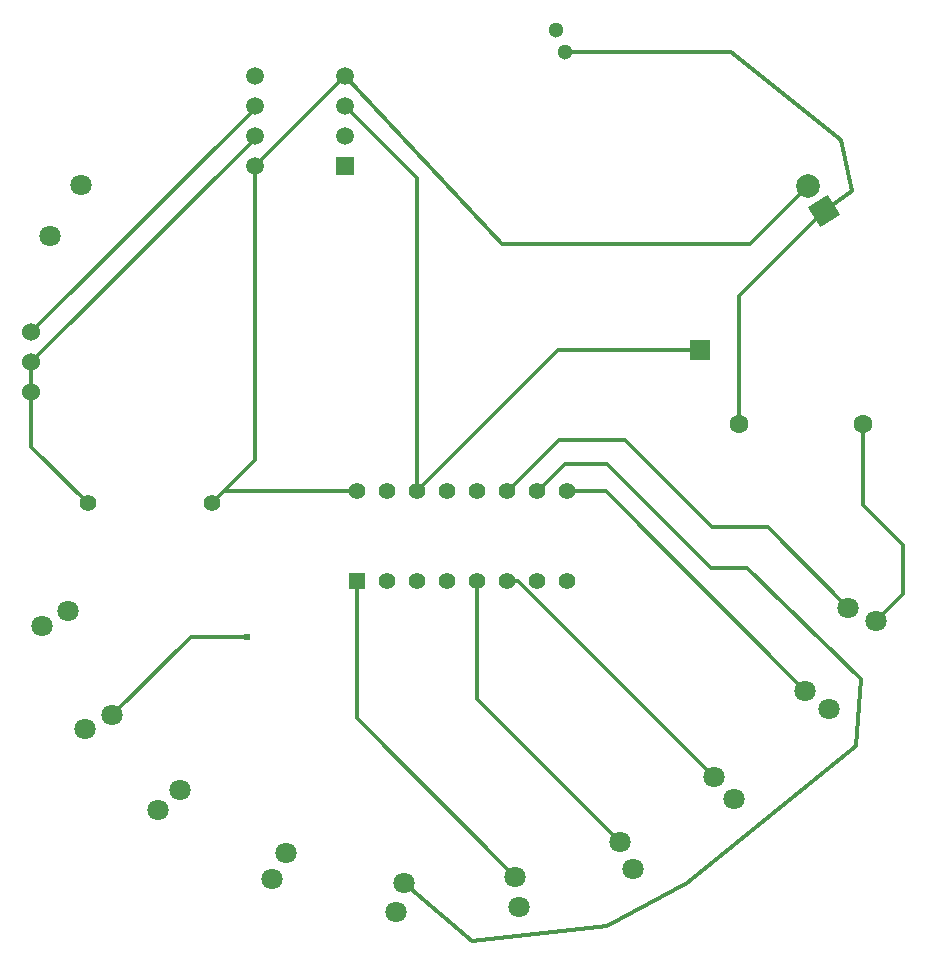
<source format=gtl>
G04 Layer: TopLayer*
G04 EasyEDA v6.5.51, 2025-10-31 17:05:29*
G04 2c13a8696d224139b0bc35c9be8cf329,69688592e0df400aafdf5843d4e091a6,10*
G04 Gerber Generator version 0.2*
G04 Scale: 100 percent, Rotated: No, Reflected: No *
G04 Dimensions in millimeters *
G04 leading zeros omitted , absolute positions ,4 integer and 5 decimal *
%FSLAX45Y45*%
%MOMM*%

%AMMACRO1*21,1,$1,$2,0,0,$3*%
%ADD10C,0.3000*%
%ADD11C,1.3000*%
%ADD12C,1.8000*%
%ADD13MACRO1,2X2X122.0002*%
%ADD14C,2.0000*%
%ADD15R,1.7000X1.7000*%
%ADD16R,0.0134X1.7000*%
%ADD17C,1.4000*%
%ADD18C,1.6000*%
%ADD19C,1.5240*%
%ADD20R,1.3970X1.3970*%
%ADD21C,1.3970*%
%ADD22R,1.5000X1.5000*%
%ADD23C,1.5000*%
%ADD24C,0.6200*%

%LPD*%
D10*
X965200Y5308600D02*
G01*
X2857500Y7200900D01*
X2857500Y7226300D01*
X965194Y5308600D02*
G01*
X965194Y5054600D01*
X965200Y5562600D02*
G01*
X2857500Y7454900D01*
X2857500Y7480300D01*
X4991100Y3454400D02*
G01*
X5086268Y3454400D01*
X6745986Y1794682D01*
X4737100Y3454400D02*
G01*
X4737100Y2458773D01*
X5951425Y1244447D01*
X2794000Y2984500D02*
G01*
X2316099Y2984500D01*
X1649856Y2318257D01*
X2857500Y6972300D02*
G01*
X3619500Y7734300D01*
X2493492Y4114800D02*
G01*
X2857500Y4478807D01*
X2857500Y6972300D01*
X4229100Y4216400D02*
G01*
X4229100Y6870700D01*
X3619500Y7480300D01*
X5245100Y4216400D02*
G01*
X5257800Y4216400D01*
X5486400Y4445000D01*
X5842000Y4445000D01*
X6718300Y3568700D01*
X7023100Y3568700D01*
X7988300Y2628900D01*
X7950200Y2057400D01*
X6515100Y901700D01*
X6515100Y901700D01*
X5842000Y533400D01*
X5842000Y533400D01*
X5842000Y533400D01*
X4699000Y406400D01*
X4122270Y897371D01*
X3721100Y3454400D02*
G01*
X3721100Y2292487D01*
X5062324Y951263D01*
X8005305Y4787900D02*
G01*
X8005305Y4097794D01*
X8343900Y3759200D01*
X8343900Y3349127D01*
X8116100Y3121327D01*
X6629400Y5410200D02*
G01*
X5422900Y5410200D01*
X4229100Y4216400D01*
X6955297Y4787900D02*
G01*
X6955297Y5865891D01*
X7674609Y6585204D01*
X3619500Y7734300D02*
G01*
X3619500Y7734300D01*
X4953000Y6311900D01*
X7051293Y6311900D01*
X7539990Y6800595D01*
X5484113Y7932420D02*
G01*
X6887972Y7932420D01*
X7823200Y7188200D01*
X7912100Y6756400D01*
X7674609Y6585204D01*
X1443509Y4114800D02*
G01*
X965200Y4593109D01*
X965200Y5054600D01*
X2493492Y4114800D02*
G01*
X2595092Y4216400D01*
X3721100Y4216400D01*
X5499100Y4216400D02*
G01*
X5829703Y4216400D01*
X7518572Y2527531D01*
X4991100Y4216400D02*
G01*
X5003800Y4216400D01*
X5435600Y4648200D01*
X5994400Y4648200D01*
X6731000Y3911600D01*
X7202972Y3911600D01*
X7885899Y3228672D01*
D11*
G01*
X5412463Y8119757D03*
G01*
X5484136Y7933042D03*
D12*
G01*
X1122702Y6375895D03*
G01*
X1391897Y6806704D03*
D13*
G01*
X7674599Y6585197D03*
D14*
G01*
X7540000Y6800601D03*
D12*
G01*
X1057323Y3075330D03*
G01*
X1279476Y3198469D03*
G01*
X1423543Y2202942D03*
G01*
X1649856Y2318257D03*
G01*
X2040717Y1513586D03*
G01*
X2226482Y1686813D03*
G01*
X3001076Y929266D03*
G01*
X3120323Y1153533D03*
G01*
X4056529Y652028D03*
G01*
X4122270Y897371D03*
G01*
X5097675Y699736D03*
G01*
X5062324Y951263D03*
G01*
X6062774Y1016152D03*
G01*
X5951425Y1244447D03*
G01*
X6919213Y1608917D03*
G01*
X6745986Y1794682D03*
G01*
X7721427Y2374668D03*
G01*
X7518572Y2527531D03*
G01*
X8116100Y3121327D03*
G01*
X7885899Y3228672D03*
D15*
G01*
X6629400Y5410200D03*
D17*
G01*
X1443507Y4114800D03*
G01*
X2493492Y4114800D03*
D18*
G01*
X6955294Y4787900D03*
G01*
X8005305Y4787900D03*
D19*
G01*
X965194Y5308600D03*
G01*
X965194Y5054600D03*
G01*
X965194Y5562600D03*
D20*
G01*
X3721100Y3454400D03*
D21*
G01*
X3975100Y3454400D03*
G01*
X4229100Y3454400D03*
G01*
X4483100Y3454400D03*
G01*
X4737100Y3454400D03*
G01*
X4991100Y3454400D03*
G01*
X5245100Y3454400D03*
G01*
X5499100Y3454400D03*
G01*
X5499100Y4216400D03*
G01*
X5245100Y4216400D03*
G01*
X4991100Y4216400D03*
G01*
X4737100Y4216400D03*
G01*
X4483100Y4216400D03*
G01*
X4229100Y4216400D03*
G01*
X3975100Y4216400D03*
G01*
X3721100Y4216400D03*
D22*
G01*
X3619500Y6972300D03*
D23*
G01*
X3619500Y7226300D03*
G01*
X3619500Y7480300D03*
G01*
X3619500Y7734300D03*
G01*
X2857500Y6972300D03*
G01*
X2857500Y7226300D03*
G01*
X2857500Y7480300D03*
G01*
X2857500Y7734300D03*
D24*
G01*
X2794000Y2984500D03*
M02*

</source>
